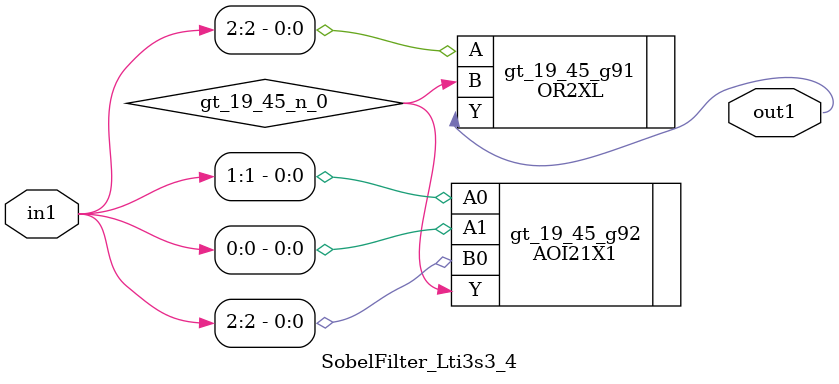
<source format=v>
`timescale 1ps / 1ps


module SobelFilter_Lti3s3_4(in1, out1);
  input [2:0] in1;
  output out1;
  wire [2:0] in1;
  wire out1;
  wire gt_19_45_n_0;
  OR2XL gt_19_45_g91(.A (in1[2]), .B (gt_19_45_n_0), .Y (out1));
  AOI21X1 gt_19_45_g92(.A0 (in1[1]), .A1 (in1[0]), .B0 (in1[2]), .Y
       (gt_19_45_n_0));
endmodule



</source>
